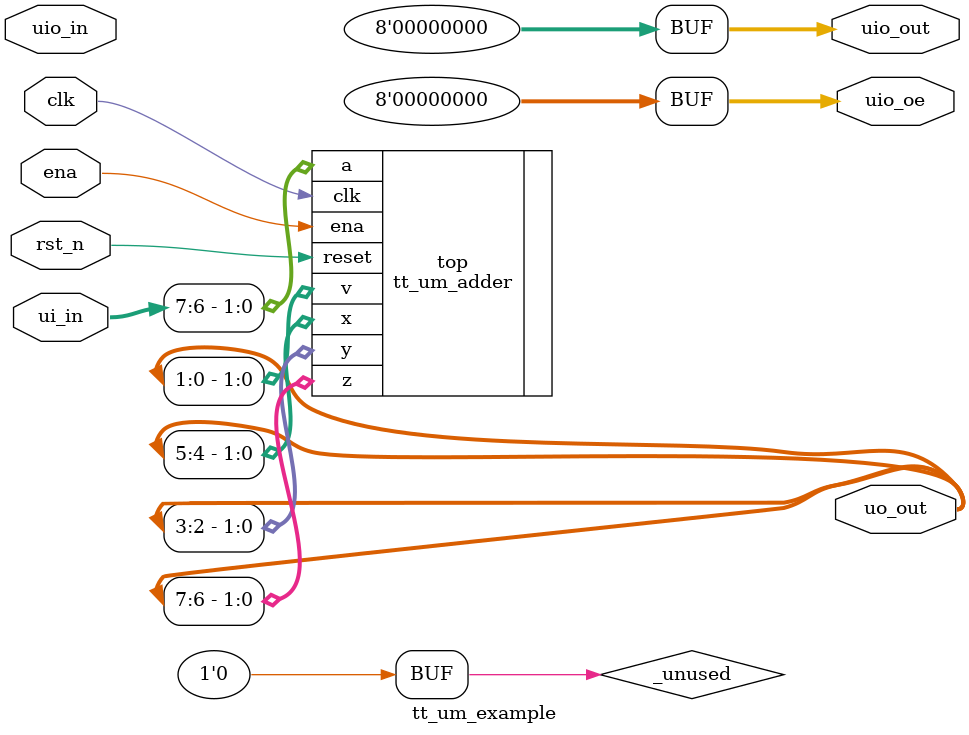
<source format=v>
/*
 * Copyright (c) 2024 Your Name
 * SPDX-License-Identifier: Apache-2.0
 */

`default_nettype none

module tt_um_example (
    input  wire [7:0] ui_in,    // Dedicated inputs
    output wire [7:0] uo_out,   // Dedicated outputs
    input  wire [7:0] uio_in,   // IOs: Input path
    output wire [7:0] uio_out,  // IOs: Output path
    output wire [7:0] uio_oe,   // IOs: Enable path (active high: 0=input, 1=output)
    input  wire       ena,      // always 1 when the design is powered, so you can ignore it
    input  wire       clk,      // clock
    input  wire       rst_n     // reset_n - low to reset
);

  // All output pins must be assigned. If not used, assign to 0.
  assign uio_out = 0;
  assign uio_oe  = 0;

  // List all unused inputs to prevent warnings
  wire _unused = &{ena, clk, rst_n, 1'b0};

    tt_um_adder top(
        .clk(clk),
        .reset(rst_n),
        .ena(ena),
        .a(ui_in[1:0]),
        .a(ui_in[3:2]),
        .a(ui_in[5:4]),
        .a(ui_in[7:6]),
        .z(uo_out[7:6]),
        .x(uo_out[5:4]),
        .y(uo_out[3:2]),
        .v(uo_out[1:0])
    );

endmodule

</source>
